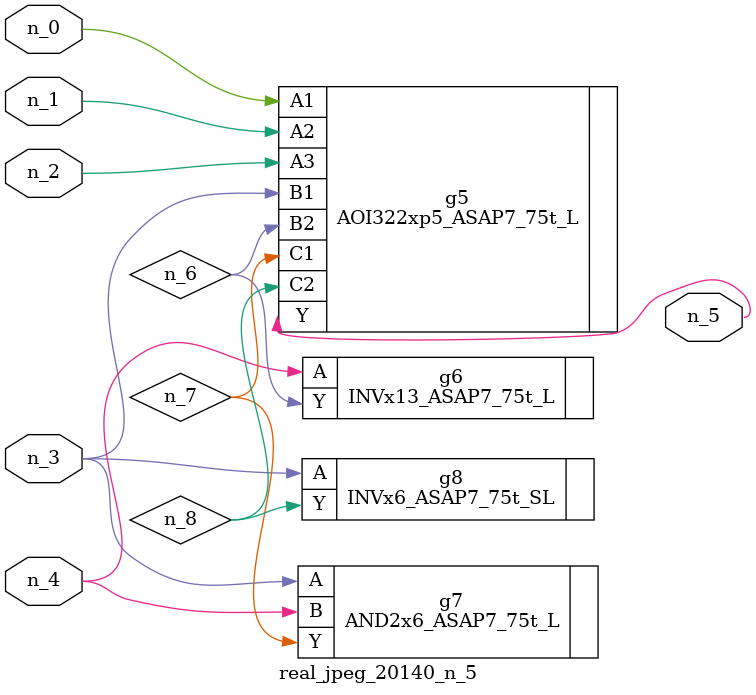
<source format=v>
module real_jpeg_20140_n_5 (n_4, n_0, n_1, n_2, n_3, n_5);

input n_4;
input n_0;
input n_1;
input n_2;
input n_3;

output n_5;

wire n_8;
wire n_6;
wire n_7;

AOI322xp5_ASAP7_75t_L g5 ( 
.A1(n_0),
.A2(n_1),
.A3(n_2),
.B1(n_3),
.B2(n_6),
.C1(n_7),
.C2(n_8),
.Y(n_5)
);

AND2x6_ASAP7_75t_L g7 ( 
.A(n_3),
.B(n_4),
.Y(n_7)
);

INVx6_ASAP7_75t_SL g8 ( 
.A(n_3),
.Y(n_8)
);

INVx13_ASAP7_75t_L g6 ( 
.A(n_4),
.Y(n_6)
);


endmodule
</source>
